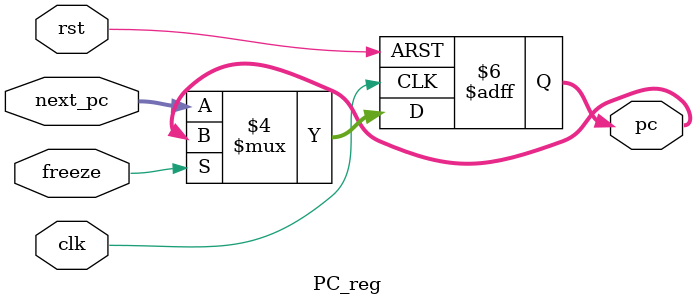
<source format=v>
`timescale 1ns/1ns
module PC_reg(
    input clk, rst, freeze,
    input [31:0] next_pc,
    output reg [31:0] pc
);
    always @(posedge clk, posedge rst) begin
		if (rst == 1'b1)
			pc <= 32'd0;
		else if (freeze == 1'b0)
			pc <= next_pc;
    end
endmodule

</source>
